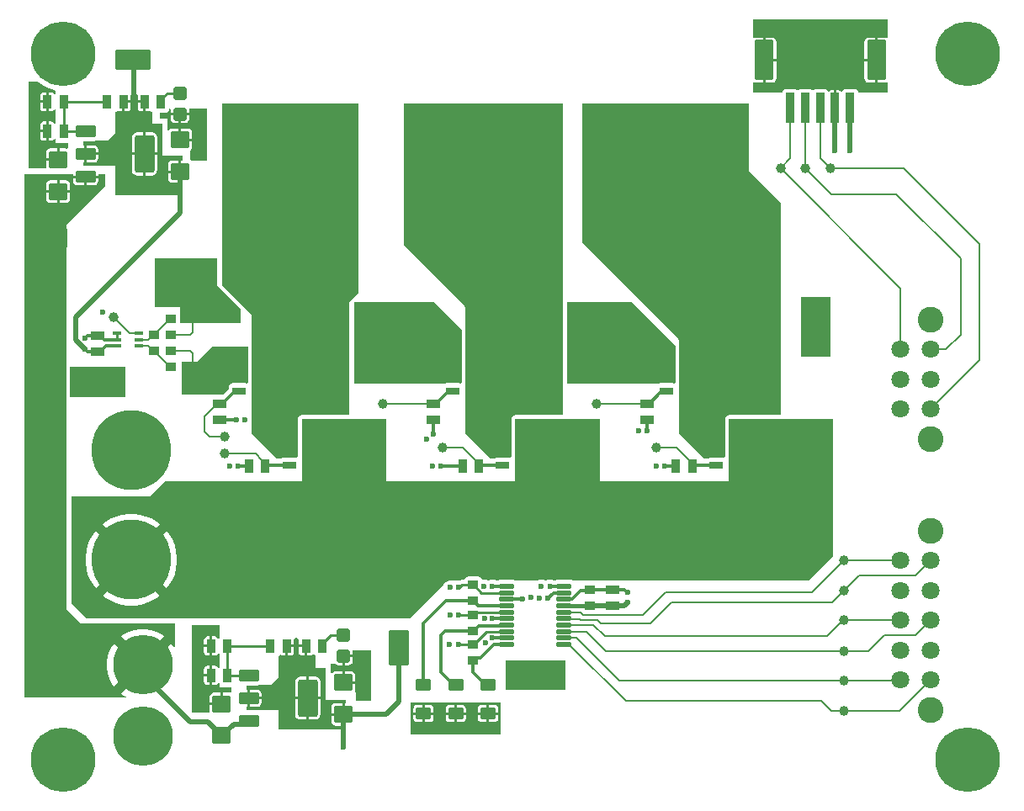
<source format=gtl>
G04*
G04 #@! TF.GenerationSoftware,Altium Limited,Altium Designer,23.3.1 (30)*
G04*
G04 Layer_Physical_Order=1*
G04 Layer_Color=255*
%FSLAX25Y25*%
%MOIN*%
G70*
G04*
G04 #@! TF.SameCoordinates,C60E4857-7E3E-4254-B878-B1AAC805503D*
G04*
G04*
G04 #@! TF.FilePolarity,Positive*
G04*
G01*
G75*
%ADD12C,0.01575*%
%ADD13C,0.01000*%
G04:AMPARAMS|DCode=18|XSize=47.24mil|YSize=59.06mil|CornerRadius=3.54mil|HoleSize=0mil|Usage=FLASHONLY|Rotation=270.000|XOffset=0mil|YOffset=0mil|HoleType=Round|Shape=RoundedRectangle|*
%AMROUNDEDRECTD18*
21,1,0.04724,0.05197,0,0,270.0*
21,1,0.04016,0.05906,0,0,270.0*
1,1,0.00709,-0.02598,-0.02008*
1,1,0.00709,-0.02598,0.02008*
1,1,0.00709,0.02598,0.02008*
1,1,0.00709,0.02598,-0.02008*
%
%ADD18ROUNDEDRECTD18*%
G04:AMPARAMS|DCode=19|XSize=43.31mil|YSize=35.43mil|CornerRadius=2.66mil|HoleSize=0mil|Usage=FLASHONLY|Rotation=180.000|XOffset=0mil|YOffset=0mil|HoleType=Round|Shape=RoundedRectangle|*
%AMROUNDEDRECTD19*
21,1,0.04331,0.03012,0,0,180.0*
21,1,0.03799,0.03543,0,0,180.0*
1,1,0.00532,-0.01900,0.01506*
1,1,0.00532,0.01900,0.01506*
1,1,0.00532,0.01900,-0.01506*
1,1,0.00532,-0.01900,-0.01506*
%
%ADD19ROUNDEDRECTD19*%
G04:AMPARAMS|DCode=20|XSize=43.31mil|YSize=35.43mil|CornerRadius=3.54mil|HoleSize=0mil|Usage=FLASHONLY|Rotation=0.000|XOffset=0mil|YOffset=0mil|HoleType=Round|Shape=RoundedRectangle|*
%AMROUNDEDRECTD20*
21,1,0.04331,0.02835,0,0,0.0*
21,1,0.03622,0.03543,0,0,0.0*
1,1,0.00709,0.01811,-0.01417*
1,1,0.00709,-0.01811,-0.01417*
1,1,0.00709,-0.01811,0.01417*
1,1,0.00709,0.01811,0.01417*
%
%ADD20ROUNDEDRECTD20*%
G04:AMPARAMS|DCode=21|XSize=70.87mil|YSize=157.48mil|CornerRadius=7.09mil|HoleSize=0mil|Usage=FLASHONLY|Rotation=270.000|XOffset=0mil|YOffset=0mil|HoleType=Round|Shape=RoundedRectangle|*
%AMROUNDEDRECTD21*
21,1,0.07087,0.14331,0,0,270.0*
21,1,0.05669,0.15748,0,0,270.0*
1,1,0.01417,-0.07165,-0.02835*
1,1,0.01417,-0.07165,0.02835*
1,1,0.01417,0.07165,0.02835*
1,1,0.01417,0.07165,-0.02835*
%
%ADD21ROUNDEDRECTD21*%
G04:AMPARAMS|DCode=22|XSize=141.73mil|YSize=78.74mil|CornerRadius=5.91mil|HoleSize=0mil|Usage=FLASHONLY|Rotation=180.000|XOffset=0mil|YOffset=0mil|HoleType=Round|Shape=RoundedRectangle|*
%AMROUNDEDRECTD22*
21,1,0.14173,0.06693,0,0,180.0*
21,1,0.12992,0.07874,0,0,180.0*
1,1,0.01181,-0.06496,0.03347*
1,1,0.01181,0.06496,0.03347*
1,1,0.01181,0.06496,-0.03347*
1,1,0.01181,-0.06496,-0.03347*
%
%ADD22ROUNDEDRECTD22*%
%ADD23C,0.03937*%
G04:AMPARAMS|DCode=24|XSize=47.24mil|YSize=78.74mil|CornerRadius=5.91mil|HoleSize=0mil|Usage=FLASHONLY|Rotation=90.000|XOffset=0mil|YOffset=0mil|HoleType=Round|Shape=RoundedRectangle|*
%AMROUNDEDRECTD24*
21,1,0.04724,0.06693,0,0,90.0*
21,1,0.03543,0.07874,0,0,90.0*
1,1,0.01181,0.03347,0.01772*
1,1,0.01181,0.03347,-0.01772*
1,1,0.01181,-0.03347,-0.01772*
1,1,0.01181,-0.03347,0.01772*
%
%ADD24ROUNDEDRECTD24*%
G04:AMPARAMS|DCode=25|XSize=149.61mil|YSize=78.74mil|CornerRadius=9.84mil|HoleSize=0mil|Usage=FLASHONLY|Rotation=90.000|XOffset=0mil|YOffset=0mil|HoleType=Round|Shape=RoundedRectangle|*
%AMROUNDEDRECTD25*
21,1,0.14961,0.05906,0,0,90.0*
21,1,0.12992,0.07874,0,0,90.0*
1,1,0.01968,0.02953,0.06496*
1,1,0.01968,0.02953,-0.06496*
1,1,0.01968,-0.02953,-0.06496*
1,1,0.01968,-0.02953,0.06496*
%
%ADD25ROUNDEDRECTD25*%
G04:AMPARAMS|DCode=26|XSize=33.47mil|YSize=13.78mil|CornerRadius=3.45mil|HoleSize=0mil|Usage=FLASHONLY|Rotation=0.000|XOffset=0mil|YOffset=0mil|HoleType=Round|Shape=RoundedRectangle|*
%AMROUNDEDRECTD26*
21,1,0.03347,0.00689,0,0,0.0*
21,1,0.02657,0.01378,0,0,0.0*
1,1,0.00689,0.01329,-0.00345*
1,1,0.00689,-0.01329,-0.00345*
1,1,0.00689,-0.01329,0.00345*
1,1,0.00689,0.01329,0.00345*
%
%ADD26ROUNDEDRECTD26*%
G04:AMPARAMS|DCode=27|XSize=27.95mil|YSize=23.23mil|CornerRadius=2.9mil|HoleSize=0mil|Usage=FLASHONLY|Rotation=90.000|XOffset=0mil|YOffset=0mil|HoleType=Round|Shape=RoundedRectangle|*
%AMROUNDEDRECTD27*
21,1,0.02795,0.01742,0,0,90.0*
21,1,0.02215,0.02323,0,0,90.0*
1,1,0.00581,0.00871,0.01107*
1,1,0.00581,0.00871,-0.01107*
1,1,0.00581,-0.00871,-0.01107*
1,1,0.00581,-0.00871,0.01107*
%
%ADD27ROUNDEDRECTD27*%
G04:AMPARAMS|DCode=28|XSize=27.95mil|YSize=54.02mil|CornerRadius=3.49mil|HoleSize=0mil|Usage=FLASHONLY|Rotation=270.000|XOffset=0mil|YOffset=0mil|HoleType=Round|Shape=RoundedRectangle|*
%AMROUNDEDRECTD28*
21,1,0.02795,0.04703,0,0,270.0*
21,1,0.02097,0.05402,0,0,270.0*
1,1,0.00699,-0.02351,-0.01048*
1,1,0.00699,-0.02351,0.01048*
1,1,0.00699,0.02351,0.01048*
1,1,0.00699,0.02351,-0.01048*
%
%ADD28ROUNDEDRECTD28*%
G04:AMPARAMS|DCode=29|XSize=141.73mil|YSize=78.74mil|CornerRadius=5.91mil|HoleSize=0mil|Usage=FLASHONLY|Rotation=90.000|XOffset=0mil|YOffset=0mil|HoleType=Round|Shape=RoundedRectangle|*
%AMROUNDEDRECTD29*
21,1,0.14173,0.06693,0,0,90.0*
21,1,0.12992,0.07874,0,0,90.0*
1,1,0.01181,0.03347,0.06496*
1,1,0.01181,0.03347,-0.06496*
1,1,0.01181,-0.03347,-0.06496*
1,1,0.01181,-0.03347,0.06496*
%
%ADD29ROUNDEDRECTD29*%
G04:AMPARAMS|DCode=30|XSize=55.12mil|YSize=35.43mil|CornerRadius=2.66mil|HoleSize=0mil|Usage=FLASHONLY|Rotation=180.000|XOffset=0mil|YOffset=0mil|HoleType=Round|Shape=RoundedRectangle|*
%AMROUNDEDRECTD30*
21,1,0.05512,0.03012,0,0,180.0*
21,1,0.04980,0.03543,0,0,180.0*
1,1,0.00532,-0.02490,0.01506*
1,1,0.00532,0.02490,0.01506*
1,1,0.00532,0.02490,-0.01506*
1,1,0.00532,-0.02490,-0.01506*
%
%ADD30ROUNDEDRECTD30*%
G04:AMPARAMS|DCode=31|XSize=55.12mil|YSize=35.43mil|CornerRadius=2.66mil|HoleSize=0mil|Usage=FLASHONLY|Rotation=270.000|XOffset=0mil|YOffset=0mil|HoleType=Round|Shape=RoundedRectangle|*
%AMROUNDEDRECTD31*
21,1,0.05512,0.03012,0,0,270.0*
21,1,0.04980,0.03543,0,0,270.0*
1,1,0.00532,-0.01506,-0.02490*
1,1,0.00532,-0.01506,0.02490*
1,1,0.00532,0.01506,0.02490*
1,1,0.00532,0.01506,-0.02490*
%
%ADD31ROUNDEDRECTD31*%
G04:AMPARAMS|DCode=32|XSize=51.18mil|YSize=51.18mil|CornerRadius=5.12mil|HoleSize=0mil|Usage=FLASHONLY|Rotation=270.000|XOffset=0mil|YOffset=0mil|HoleType=Round|Shape=RoundedRectangle|*
%AMROUNDEDRECTD32*
21,1,0.05118,0.04095,0,0,270.0*
21,1,0.04095,0.05118,0,0,270.0*
1,1,0.01024,-0.02047,-0.02047*
1,1,0.01024,-0.02047,0.02047*
1,1,0.01024,0.02047,0.02047*
1,1,0.01024,0.02047,-0.02047*
%
%ADD32ROUNDEDRECTD32*%
G04:AMPARAMS|DCode=33|XSize=74.8mil|YSize=157.48mil|CornerRadius=5.61mil|HoleSize=0mil|Usage=FLASHONLY|Rotation=0.000|XOffset=0mil|YOffset=0mil|HoleType=Round|Shape=RoundedRectangle|*
%AMROUNDEDRECTD33*
21,1,0.07480,0.14626,0,0,0.0*
21,1,0.06358,0.15748,0,0,0.0*
1,1,0.01122,0.03179,-0.07313*
1,1,0.01122,-0.03179,-0.07313*
1,1,0.01122,-0.03179,0.07313*
1,1,0.01122,0.03179,0.07313*
%
%ADD33ROUNDEDRECTD33*%
G04:AMPARAMS|DCode=34|XSize=35.43mil|YSize=118.11mil|CornerRadius=2.66mil|HoleSize=0mil|Usage=FLASHONLY|Rotation=0.000|XOffset=0mil|YOffset=0mil|HoleType=Round|Shape=RoundedRectangle|*
%AMROUNDEDRECTD34*
21,1,0.03543,0.11280,0,0,0.0*
21,1,0.03012,0.11811,0,0,0.0*
1,1,0.00532,0.01506,-0.05640*
1,1,0.00532,-0.01506,-0.05640*
1,1,0.00532,-0.01506,0.05640*
1,1,0.00532,0.01506,0.05640*
%
%ADD34ROUNDEDRECTD34*%
G04:AMPARAMS|DCode=35|XSize=74.8mil|YSize=68.9mil|CornerRadius=6.89mil|HoleSize=0mil|Usage=FLASHONLY|Rotation=0.000|XOffset=0mil|YOffset=0mil|HoleType=Round|Shape=RoundedRectangle|*
%AMROUNDEDRECTD35*
21,1,0.07480,0.05512,0,0,0.0*
21,1,0.06102,0.06890,0,0,0.0*
1,1,0.01378,0.03051,-0.02756*
1,1,0.01378,-0.03051,-0.02756*
1,1,0.01378,-0.03051,0.02756*
1,1,0.01378,0.03051,0.02756*
%
%ADD35ROUNDEDRECTD35*%
G04:AMPARAMS|DCode=36|XSize=59.06mil|YSize=17.72mil|CornerRadius=2.22mil|HoleSize=0mil|Usage=FLASHONLY|Rotation=180.000|XOffset=0mil|YOffset=0mil|HoleType=Round|Shape=RoundedRectangle|*
%AMROUNDEDRECTD36*
21,1,0.05906,0.01329,0,0,180.0*
21,1,0.05463,0.01772,0,0,180.0*
1,1,0.00443,-0.02731,0.00664*
1,1,0.00443,0.02731,0.00664*
1,1,0.00443,0.02731,-0.00664*
1,1,0.00443,-0.02731,-0.00664*
%
%ADD36ROUNDEDRECTD36*%
%ADD62C,0.01181*%
%ADD63C,0.00803*%
%ADD64C,0.01968*%
%ADD65C,0.23622*%
%ADD66C,0.25591*%
%ADD67C,0.31496*%
%ADD68C,0.10236*%
%ADD69C,0.07087*%
%ADD70C,0.10039*%
%ADD71C,0.02362*%
G36*
X344488Y303731D02*
X343988Y303464D01*
X343749Y303624D01*
X343140Y303745D01*
X340461D01*
Y294841D01*
Y285936D01*
X343140D01*
X343749Y286057D01*
X343988Y286217D01*
X344488Y285950D01*
Y281890D01*
X332735D01*
X332669Y282223D01*
X332262Y282832D01*
X331653Y283239D01*
X330935Y283382D01*
X327923D01*
X327205Y283239D01*
X326596Y282832D01*
X326431Y282585D01*
X325942Y282418D01*
X325523Y282697D01*
X325029Y282796D01*
X324024D01*
Y275865D01*
X323024D01*
Y282796D01*
X322018D01*
X321524Y282697D01*
X321105Y282418D01*
X320616Y282585D01*
X320451Y282832D01*
X319842Y283239D01*
X319124Y283382D01*
X316112D01*
X315394Y283239D01*
X315035Y282999D01*
X314665Y282873D01*
X314296Y282999D01*
X313937Y283239D01*
X313218Y283382D01*
X310207D01*
X309489Y283239D01*
X309130Y282999D01*
X308760Y282873D01*
X308390Y282999D01*
X308031Y283239D01*
X307313Y283382D01*
X304301D01*
X303583Y283239D01*
X302974Y282832D01*
X302567Y282223D01*
X302501Y281890D01*
X290945D01*
Y285950D01*
X291445Y286217D01*
X291684Y286057D01*
X292293Y285936D01*
X294972D01*
Y294841D01*
Y303745D01*
X292293D01*
X291684Y303624D01*
X291445Y303464D01*
X290945Y303731D01*
Y311024D01*
X344488D01*
Y303731D01*
D02*
G37*
G36*
X8099Y285983D02*
X9979Y284617D01*
X12049Y283562D01*
X14259Y282844D01*
X14764Y282764D01*
Y281435D01*
X14728Y281254D01*
X14218D01*
X14216Y281264D01*
X13936Y281682D01*
X13518Y281962D01*
X13024Y282060D01*
X12018D01*
Y278280D01*
Y274499D01*
X13024D01*
X13518Y274597D01*
X13936Y274877D01*
X14216Y275296D01*
X14218Y275305D01*
X14728D01*
X14764Y275124D01*
Y269821D01*
X14728Y269640D01*
X14218D01*
X14216Y269649D01*
X13936Y270068D01*
X13518Y270348D01*
X13024Y270446D01*
X12018D01*
Y266665D01*
Y262885D01*
X13024D01*
X13518Y262983D01*
X13936Y263263D01*
X14216Y263681D01*
X14218Y263691D01*
X14728D01*
X14764Y263510D01*
Y261811D01*
X19685D01*
Y260066D01*
X19185Y259716D01*
X18799Y259793D01*
X16248D01*
Y255315D01*
X15748D01*
Y254815D01*
X10975D01*
Y252559D01*
X11015Y252355D01*
X10698Y251969D01*
X3937D01*
Y286417D01*
X7664D01*
X8099Y285983D01*
D02*
G37*
G36*
X47206Y280770D02*
Y278780D01*
X50002D01*
Y278280D01*
X50502D01*
Y274499D01*
X51508D01*
X52002Y274597D01*
X52165Y274706D01*
X53015Y274383D01*
X53150Y274270D01*
Y269685D01*
X57087D01*
Y256890D01*
X64961D01*
Y255068D01*
X64476D01*
Y250590D01*
Y246113D01*
X64961D01*
Y241142D01*
X38386D01*
Y252953D01*
X25591D01*
Y254217D01*
X26077D01*
Y257610D01*
Y261004D01*
X25591D01*
Y262686D01*
X29923D01*
X30473Y262795D01*
X35433D01*
X38386Y265748D01*
Y274273D01*
X38530Y274392D01*
X39370Y274709D01*
X39538Y274597D01*
X40032Y274499D01*
X41038D01*
Y278280D01*
X41538D01*
Y278780D01*
X44334D01*
Y280770D01*
X45174Y281496D01*
X46366D01*
X47206Y280770D01*
D02*
G37*
G36*
X74803Y254921D02*
X68698D01*
X68660Y254978D01*
X67913Y255477D01*
Y258858D01*
X67913Y258858D01*
X67913D01*
X68230Y259206D01*
X68245Y259215D01*
X68619Y259774D01*
X68750Y260433D01*
Y262689D01*
X63976D01*
Y263189D01*
X63476D01*
Y267667D01*
X60925D01*
X60266Y267536D01*
X59707Y267162D01*
X59555Y266934D01*
X59055Y267086D01*
Y271654D01*
X56102D01*
Y273913D01*
X58004D01*
X58722Y274056D01*
X59331Y274463D01*
X59738Y275071D01*
X59828Y275525D01*
X59912Y275530D01*
X60388Y275075D01*
Y273925D01*
X63976D01*
X67565D01*
Y275472D01*
X67662Y275590D01*
X74803D01*
Y254921D01*
D02*
G37*
G36*
X34252Y244882D02*
X18898Y229528D01*
Y77165D01*
X24409Y71653D01*
X62008D01*
Y62296D01*
X61522Y62179D01*
X61335Y62546D01*
X60531Y63653D01*
X50604Y53726D01*
X40678Y43800D01*
X41784Y42996D01*
X42538Y42612D01*
X42421Y42126D01*
X2362D01*
Y249606D01*
X21609D01*
Y249055D01*
X26577D01*
X31545D01*
Y249606D01*
X34252D01*
Y244882D01*
D02*
G37*
G36*
X78740Y205512D02*
X79361Y204891D01*
X79573Y204573D01*
X88189Y195958D01*
Y190551D01*
X64173D01*
Y196850D01*
X59055D01*
X59055Y196850D01*
X54134Y196850D01*
Y216142D01*
X78740D01*
Y205512D01*
D02*
G37*
G36*
X321850Y177165D02*
X310039D01*
Y200787D01*
X321850D01*
Y177165D01*
D02*
G37*
G36*
X260205Y181724D02*
X260205Y167027D01*
X260144Y166942D01*
X259705Y166662D01*
X259162Y166770D01*
X254460D01*
X253709Y166621D01*
X253581Y166535D01*
X217520D01*
Y198819D01*
X243110D01*
X260205Y181724D01*
D02*
G37*
G36*
X90914Y166981D02*
X90414Y166662D01*
X89871Y166770D01*
X85168D01*
X84418Y166621D01*
X83781Y166195D01*
X83356Y165559D01*
X83206Y164808D01*
Y164702D01*
X80905Y162402D01*
X64567D01*
Y175197D01*
X70866D01*
X76772Y181102D01*
X90914D01*
Y166981D01*
D02*
G37*
G36*
X175560Y188023D02*
Y167027D01*
X175499Y166942D01*
X175060Y166662D01*
X174517Y166770D01*
X169814D01*
X169063Y166621D01*
X168936Y166535D01*
X132874D01*
Y198517D01*
X133176Y198819D01*
X164764D01*
X175560Y188023D01*
D02*
G37*
G36*
X42520Y161417D02*
X20503D01*
Y173228D01*
X42520D01*
Y161417D01*
D02*
G37*
G36*
X215551Y154165D02*
X196850D01*
X196236Y154042D01*
X195715Y153694D01*
X195367Y153173D01*
X195245Y152559D01*
Y137453D01*
X194745Y137134D01*
X194202Y137242D01*
X189499D01*
X188748Y137093D01*
X188326Y136811D01*
X187008D01*
X177165Y146653D01*
Y196850D01*
X152559Y221457D01*
Y277559D01*
X215551D01*
Y154165D01*
D02*
G37*
G36*
X289370Y250984D02*
X302165Y238189D01*
X302165Y154165D01*
X281496D01*
X280882Y154042D01*
X280361Y153694D01*
X280013Y153173D01*
X279890Y152559D01*
Y137453D01*
X279390Y137134D01*
X278848Y137242D01*
X274145D01*
X273394Y137093D01*
X272972Y136811D01*
X271654D01*
X261811Y146653D01*
X261811Y184055D01*
X223425Y222441D01*
Y277559D01*
X289370D01*
Y250984D01*
D02*
G37*
G36*
X134843Y202756D02*
X130905Y198819D01*
X130905Y154165D01*
X112205D01*
X111590Y154042D01*
X111069Y153694D01*
X110721Y153173D01*
X110599Y152559D01*
Y137453D01*
X110099Y137134D01*
X109556Y137242D01*
X104853D01*
X104103Y137093D01*
X103681Y136811D01*
X102362D01*
X92520Y146653D01*
Y193898D01*
X80709Y205709D01*
Y277559D01*
X134843D01*
Y202756D01*
D02*
G37*
G36*
X322835Y98425D02*
X312992Y88583D01*
X219712D01*
X219574Y88675D01*
X218873Y88815D01*
X213410D01*
X212710Y88675D01*
X212571Y88583D01*
X212185D01*
X211743Y88838D01*
X211042Y89026D01*
X210316D01*
X209615Y88838D01*
X209173Y88583D01*
X208641D01*
X208200Y88838D01*
X207499Y89026D01*
X206773D01*
X206072Y88838D01*
X205630Y88583D01*
X196878D01*
X196739Y88675D01*
X196038Y88815D01*
X190576D01*
X189875Y88675D01*
X189736Y88583D01*
X189350D01*
X188908Y88838D01*
X188207Y89026D01*
X187482D01*
X186781Y88838D01*
X186339Y88583D01*
X186004D01*
X185562Y88838D01*
X184861Y89026D01*
X184135D01*
X183813Y88939D01*
X183746Y88981D01*
X183320Y89619D01*
X182682Y90045D01*
X181929Y90195D01*
X178307D01*
X177554Y90045D01*
X176916Y89619D01*
X176490Y88981D01*
X176479Y88927D01*
X175602D01*
X174793Y88765D01*
X174519Y88583D01*
X170276D01*
X170120Y88427D01*
X169999Y88395D01*
X169371Y88032D01*
X168858Y87519D01*
X168495Y86891D01*
X168463Y86770D01*
X155315Y73622D01*
X26772Y73622D01*
X20866Y79528D01*
X20866Y122047D01*
X52165Y122047D01*
X58071Y127953D01*
X112205D01*
Y152559D01*
X145669D01*
Y127953D01*
X196850D01*
Y152559D01*
X230315D01*
Y127953D01*
X281496D01*
Y152559D01*
X322835D01*
Y98425D01*
D02*
G37*
G36*
X79535Y65842D02*
X79499Y65662D01*
X78989D01*
X78987Y65671D01*
X78708Y66090D01*
X78289Y66369D01*
X77795Y66468D01*
X76789D01*
Y62687D01*
Y58906D01*
X77795D01*
X78289Y59004D01*
X78708Y59284D01*
X78987Y59703D01*
X78989Y59712D01*
X79499D01*
X79535Y59531D01*
Y54228D01*
X79499Y54047D01*
X78989D01*
X78987Y54057D01*
X78708Y54475D01*
X78289Y54755D01*
X77795Y54853D01*
X76789D01*
Y51073D01*
Y47292D01*
X77795D01*
X78289Y47390D01*
X78708Y47670D01*
X78987Y48089D01*
X78989Y48098D01*
X79499D01*
X79535Y47917D01*
Y46218D01*
X84456D01*
Y44475D01*
X83956Y44124D01*
X83573Y44200D01*
X81021D01*
Y39722D01*
X80522D01*
Y39222D01*
X75748D01*
Y36966D01*
X75789Y36762D01*
X75472Y36376D01*
X68708D01*
Y70825D01*
X79535D01*
Y65842D01*
D02*
G37*
G36*
X111091Y65177D02*
Y63187D01*
X113888D01*
Y62687D01*
X114388D01*
Y58906D01*
X115394D01*
X115887Y59004D01*
X116219Y59226D01*
X116387Y59272D01*
X117382Y59123D01*
X117551Y58870D01*
X117821Y58690D01*
Y54092D01*
X121758D01*
Y41297D01*
X129632D01*
Y40000D01*
X129250D01*
Y35522D01*
Y31044D01*
X129632D01*
Y29486D01*
X103057D01*
Y37360D01*
X90262D01*
Y38624D01*
X90748D01*
Y42018D01*
Y45411D01*
X90262D01*
Y47093D01*
X94594D01*
X95144Y47203D01*
X100104D01*
X103057Y50155D01*
Y58681D01*
X103201Y58799D01*
X104041Y59117D01*
X104209Y59004D01*
X104703Y58906D01*
X105709D01*
Y62687D01*
X106209D01*
Y63187D01*
X109005D01*
Y65177D01*
X109845Y65903D01*
X110251D01*
X111091Y65177D01*
D02*
G37*
G36*
X139577Y40945D02*
X133671D01*
Y44053D01*
X133558D01*
X133290Y44553D01*
X133392Y44705D01*
X133523Y45364D01*
Y47620D01*
X128750D01*
Y48120D01*
X128250D01*
Y52598D01*
X125699D01*
X125040Y52467D01*
X124481Y52094D01*
X124329Y51866D01*
X123829Y52017D01*
Y55512D01*
X125593D01*
X125613Y55483D01*
X126113Y55149D01*
X126703Y55031D01*
X128250D01*
Y58620D01*
X128750D01*
Y59120D01*
X132339D01*
Y60667D01*
X132436Y60785D01*
X139577D01*
Y40945D01*
D02*
G37*
G36*
X216535Y45276D02*
X192913D01*
Y57087D01*
X216535D01*
Y45276D01*
D02*
G37*
G36*
X190945Y27559D02*
X155512D01*
Y40354D01*
X190945D01*
Y27559D01*
D02*
G37*
%LPC*%
G36*
X339461Y303745D02*
X336782D01*
X336172Y303624D01*
X335656Y303279D01*
X335311Y302763D01*
X335190Y302154D01*
Y295341D01*
X339461D01*
Y303745D01*
D02*
G37*
G36*
X298652D02*
X295972D01*
Y295341D01*
X300243D01*
Y302154D01*
X300122Y302763D01*
X299777Y303279D01*
X299261Y303624D01*
X298652Y303745D01*
D02*
G37*
G36*
X339461Y294341D02*
X335190D01*
Y287528D01*
X335311Y286919D01*
X335656Y286402D01*
X336172Y286057D01*
X336782Y285936D01*
X339461D01*
Y294341D01*
D02*
G37*
G36*
X300243D02*
X295972D01*
Y285936D01*
X298652D01*
X299261Y286057D01*
X299777Y286402D01*
X300122Y286919D01*
X300243Y287528D01*
Y294341D01*
D02*
G37*
G36*
X11018Y282060D02*
X10012D01*
X9518Y281962D01*
X9099Y281682D01*
X8820Y281264D01*
X8721Y280770D01*
Y278780D01*
X11018D01*
Y282060D01*
D02*
G37*
G36*
Y277780D02*
X8721D01*
Y275789D01*
X8820Y275296D01*
X9099Y274877D01*
X9518Y274597D01*
X10012Y274499D01*
X11018D01*
Y277780D01*
D02*
G37*
G36*
X11018Y270446D02*
X10012D01*
X9518Y270348D01*
X9099Y270068D01*
X8820Y269649D01*
X8721Y269156D01*
Y267165D01*
X11018D01*
Y270446D01*
D02*
G37*
G36*
Y266165D02*
X8721D01*
Y264175D01*
X8820Y263681D01*
X9099Y263263D01*
X9518Y262983D01*
X10012Y262885D01*
X11018D01*
Y266165D01*
D02*
G37*
G36*
X15248Y259793D02*
X12697D01*
X12038Y259662D01*
X11479Y259289D01*
X11106Y258730D01*
X10975Y258071D01*
Y255815D01*
X15248D01*
Y259793D01*
D02*
G37*
G36*
X49502Y277780D02*
X47206D01*
Y275789D01*
X47304Y275296D01*
X47584Y274877D01*
X48002Y274597D01*
X48496Y274499D01*
X49502D01*
Y277780D01*
D02*
G37*
G36*
X44334Y277780D02*
X42038D01*
Y274499D01*
X43044D01*
X43537Y274597D01*
X43956Y274877D01*
X44236Y275296D01*
X44334Y275789D01*
Y277780D01*
D02*
G37*
G36*
X52955Y266129D02*
X50502D01*
Y258110D01*
X54978D01*
Y264106D01*
X54824Y264881D01*
X54386Y265537D01*
X53729Y265975D01*
X52955Y266129D01*
D02*
G37*
G36*
X49502D02*
X47049D01*
X46275Y265975D01*
X45619Y265537D01*
X45180Y264881D01*
X45026Y264106D01*
Y258110D01*
X49502D01*
Y266129D01*
D02*
G37*
G36*
X29923Y261004D02*
X27077D01*
Y258110D01*
X31545D01*
Y259382D01*
X31422Y260003D01*
X31070Y260529D01*
X30544Y260880D01*
X29923Y261004D01*
D02*
G37*
G36*
X31545Y257110D02*
X27077D01*
Y254217D01*
X29923D01*
X30544Y254340D01*
X31070Y254692D01*
X31422Y255218D01*
X31545Y255839D01*
Y257110D01*
D02*
G37*
G36*
X63476Y255068D02*
X60925D01*
X60266Y254937D01*
X59707Y254564D01*
X59334Y254005D01*
X59203Y253346D01*
Y251091D01*
X63476D01*
Y255068D01*
D02*
G37*
G36*
X54978Y257110D02*
X50502D01*
Y249091D01*
X52955D01*
X53729Y249245D01*
X54386Y249684D01*
X54824Y250340D01*
X54978Y251114D01*
Y257110D01*
D02*
G37*
G36*
X49502D02*
X45026D01*
Y251114D01*
X45180Y250340D01*
X45619Y249684D01*
X46275Y249245D01*
X47049Y249091D01*
X49502D01*
Y257110D01*
D02*
G37*
G36*
X63476Y250091D02*
X59203D01*
Y247835D01*
X59334Y247176D01*
X59707Y246617D01*
X60266Y246244D01*
X60925Y246113D01*
X63476D01*
Y250091D01*
D02*
G37*
G36*
X67565Y272925D02*
X64476D01*
Y269836D01*
X66024D01*
X66614Y269954D01*
X67114Y270288D01*
X67448Y270788D01*
X67565Y271378D01*
Y272925D01*
D02*
G37*
G36*
X63476D02*
X60388D01*
Y271378D01*
X60505Y270788D01*
X60839Y270288D01*
X61339Y269954D01*
X61929Y269836D01*
X63476D01*
Y272925D01*
D02*
G37*
G36*
X67028Y267667D02*
X64476D01*
Y263689D01*
X68750D01*
Y265945D01*
X68619Y266604D01*
X68245Y267162D01*
X67687Y267536D01*
X67028Y267667D01*
D02*
G37*
G36*
X31545Y248055D02*
X27077D01*
Y245162D01*
X29923D01*
X30544Y245285D01*
X31070Y245637D01*
X31422Y246163D01*
X31545Y246783D01*
Y248055D01*
D02*
G37*
G36*
X26077D02*
X21609D01*
Y246783D01*
X21732Y246163D01*
X22084Y245637D01*
X22610Y245285D01*
X23231Y245162D01*
X26077D01*
Y248055D01*
D02*
G37*
G36*
X18799Y247195D02*
X16248D01*
Y243216D01*
X20521D01*
Y245472D01*
X20390Y246131D01*
X20017Y246690D01*
X19458Y247063D01*
X18799Y247195D01*
D02*
G37*
G36*
X15248D02*
X12697D01*
X12038Y247063D01*
X11479Y246690D01*
X11106Y246131D01*
X10975Y245472D01*
Y243216D01*
X15248D01*
Y247195D01*
D02*
G37*
G36*
X20521Y242216D02*
X16248D01*
Y238239D01*
X18799D01*
X19458Y238370D01*
X20017Y238743D01*
X20390Y239302D01*
X20521Y239961D01*
Y242216D01*
D02*
G37*
G36*
X15248D02*
X10975D01*
Y239961D01*
X11106Y239302D01*
X11479Y238743D01*
X12038Y238370D01*
X12697Y238239D01*
X15248D01*
Y242216D01*
D02*
G37*
G36*
X50328Y69291D02*
X48097D01*
X45894Y68942D01*
X43772Y68253D01*
X41784Y67240D01*
X40678Y66436D01*
X49213Y57902D01*
X57747Y66436D01*
X56641Y67240D01*
X54653Y68253D01*
X52531Y68942D01*
X50328Y69291D01*
D02*
G37*
G36*
X37894Y63653D02*
X37091Y62546D01*
X36078Y60559D01*
X35388Y58437D01*
X35039Y56234D01*
Y54003D01*
X35388Y51799D01*
X36078Y49678D01*
X37091Y47690D01*
X37894Y46584D01*
X46429Y55118D01*
X37894Y63653D01*
D02*
G37*
G36*
X45872Y114961D02*
X43498D01*
X41144Y114651D01*
X38851Y114036D01*
X36658Y113128D01*
X34602Y111941D01*
X33344Y110976D01*
X44685Y99634D01*
X56026Y110976D01*
X54768Y111941D01*
X52712Y113128D01*
X50519Y114036D01*
X48226Y114651D01*
X45872Y114961D01*
D02*
G37*
G36*
X30560Y108192D02*
X29595Y106933D01*
X28408Y104877D01*
X27499Y102684D01*
X26885Y100391D01*
X26575Y98037D01*
Y95663D01*
X26885Y93310D01*
X27499Y91017D01*
X28408Y88823D01*
X29595Y86767D01*
X30560Y85509D01*
X41901Y96850D01*
X30560Y108192D01*
D02*
G37*
G36*
X58810Y108192D02*
X47469Y96850D01*
X58810Y85509D01*
X59776Y86767D01*
X60962Y88823D01*
X61871Y91017D01*
X62485Y93310D01*
X62795Y95663D01*
Y98037D01*
X62485Y100391D01*
X61871Y102684D01*
X60962Y104877D01*
X59776Y106933D01*
X58810Y108192D01*
D02*
G37*
G36*
X44685Y94067D02*
X33344Y82725D01*
X34602Y81760D01*
X36658Y80573D01*
X38851Y79664D01*
X41144Y79050D01*
X43498Y78740D01*
X45872D01*
X48226Y79050D01*
X50519Y79664D01*
X52712Y80573D01*
X54768Y81760D01*
X56026Y82725D01*
X44685Y94067D01*
D02*
G37*
G36*
X75789Y66468D02*
X74783D01*
X74290Y66369D01*
X73871Y66090D01*
X73591Y65671D01*
X73493Y65177D01*
Y63187D01*
X75789D01*
Y66468D01*
D02*
G37*
G36*
Y62187D02*
X73493D01*
Y60197D01*
X73591Y59703D01*
X73871Y59284D01*
X74290Y59004D01*
X74783Y58906D01*
X75789D01*
Y62187D01*
D02*
G37*
G36*
X75789Y54853D02*
X74783D01*
X74290Y54755D01*
X73871Y54475D01*
X73591Y54057D01*
X73493Y53563D01*
Y51573D01*
X75789D01*
Y54853D01*
D02*
G37*
G36*
Y50573D02*
X73493D01*
Y48583D01*
X73591Y48089D01*
X73871Y47670D01*
X74290Y47390D01*
X74783Y47292D01*
X75789D01*
Y50573D01*
D02*
G37*
G36*
X80022Y44200D02*
X77470D01*
X76811Y44069D01*
X76253Y43696D01*
X75879Y43137D01*
X75748Y42478D01*
Y40222D01*
X80022D01*
Y44200D01*
D02*
G37*
G36*
X113388Y62187D02*
X111091D01*
Y60197D01*
X111189Y59703D01*
X111469Y59284D01*
X111888Y59004D01*
X112382Y58906D01*
X113388D01*
Y62187D01*
D02*
G37*
G36*
X109005D02*
X106709D01*
Y58906D01*
X107714D01*
X108208Y59004D01*
X108627Y59284D01*
X108907Y59703D01*
X109005Y60197D01*
Y62187D01*
D02*
G37*
G36*
X117626Y50537D02*
X115173D01*
Y42518D01*
X119649D01*
Y48514D01*
X119495Y49288D01*
X119056Y49944D01*
X118400Y50383D01*
X117626Y50537D01*
D02*
G37*
G36*
X94594Y45411D02*
X91748D01*
Y42518D01*
X96216D01*
Y43789D01*
X96093Y44410D01*
X95741Y44936D01*
X95215Y45288D01*
X94594Y45411D01*
D02*
G37*
G36*
X114173Y50537D02*
X111720D01*
X110946Y50383D01*
X110290Y49944D01*
X109851Y49288D01*
X109697Y48514D01*
Y42518D01*
X114173D01*
Y50537D01*
D02*
G37*
G36*
X96216Y41518D02*
X91748D01*
Y38624D01*
X94594D01*
X95215Y38748D01*
X95741Y39099D01*
X96093Y39625D01*
X96216Y40246D01*
Y41518D01*
D02*
G37*
G36*
X128250Y40000D02*
X125699D01*
X125040Y39869D01*
X124481Y39495D01*
X124108Y38936D01*
X123977Y38278D01*
Y36022D01*
X128250D01*
Y40000D01*
D02*
G37*
G36*
X119649Y41518D02*
X115173D01*
Y33498D01*
X117626D01*
X118400Y33652D01*
X119056Y34091D01*
X119495Y34747D01*
X119649Y35522D01*
Y41518D01*
D02*
G37*
G36*
X114173D02*
X109697D01*
Y35522D01*
X109851Y34747D01*
X110290Y34091D01*
X110946Y33652D01*
X111720Y33498D01*
X114173D01*
Y41518D01*
D02*
G37*
G36*
X128250Y35022D02*
X123977D01*
Y32766D01*
X124108Y32107D01*
X124481Y31548D01*
X125040Y31175D01*
X125699Y31044D01*
X128250D01*
Y35022D01*
D02*
G37*
G36*
X132339Y58120D02*
X129250D01*
Y55031D01*
X130797D01*
X131387Y55149D01*
X131887Y55483D01*
X132221Y55983D01*
X132339Y56573D01*
Y58120D01*
D02*
G37*
G36*
X131801Y52598D02*
X129250D01*
Y48620D01*
X133523D01*
Y50876D01*
X133392Y51535D01*
X133019Y52094D01*
X132460Y52467D01*
X131801Y52598D01*
D02*
G37*
G36*
X163031Y39215D02*
X160933D01*
Y36327D01*
X164412D01*
Y37835D01*
X164307Y38363D01*
X164008Y38811D01*
X163560Y39110D01*
X163031Y39215D01*
D02*
G37*
G36*
X159933D02*
X157835D01*
X157306Y39110D01*
X156858Y38811D01*
X156559Y38363D01*
X156454Y37835D01*
Y36327D01*
X159933D01*
Y39215D01*
D02*
G37*
G36*
X188622D02*
X186524D01*
Y36327D01*
X190003D01*
Y37835D01*
X189898Y38363D01*
X189599Y38811D01*
X189151Y39110D01*
X188622Y39215D01*
D02*
G37*
G36*
X175827D02*
X173728D01*
Y36327D01*
X177208D01*
Y37835D01*
X177102Y38363D01*
X176803Y38811D01*
X176355Y39110D01*
X175827Y39215D01*
D02*
G37*
G36*
X185524D02*
X183425D01*
X182897Y39110D01*
X182449Y38811D01*
X182150Y38363D01*
X182044Y37835D01*
Y36327D01*
X185524D01*
Y39215D01*
D02*
G37*
G36*
X172728D02*
X170630D01*
X170101Y39110D01*
X169653Y38811D01*
X169354Y38363D01*
X169249Y37835D01*
Y36327D01*
X172728D01*
Y39215D01*
D02*
G37*
G36*
X190003Y35327D02*
X186524D01*
Y32438D01*
X188622D01*
X189151Y32543D01*
X189599Y32842D01*
X189898Y33290D01*
X190003Y33819D01*
Y35327D01*
D02*
G37*
G36*
X185524D02*
X182044D01*
Y33819D01*
X182150Y33290D01*
X182449Y32842D01*
X182897Y32543D01*
X183425Y32438D01*
X185524D01*
Y35327D01*
D02*
G37*
G36*
X177208D02*
X173728D01*
Y32438D01*
X175827D01*
X176355Y32543D01*
X176803Y32842D01*
X177102Y33290D01*
X177208Y33819D01*
Y35327D01*
D02*
G37*
G36*
X172728D02*
X169249D01*
Y33819D01*
X169354Y33290D01*
X169653Y32842D01*
X170101Y32543D01*
X170630Y32438D01*
X172728D01*
Y35327D01*
D02*
G37*
G36*
X164412Y35327D02*
X160933D01*
Y32438D01*
X163031D01*
X163560Y32543D01*
X164008Y32842D01*
X164307Y33290D01*
X164412Y33819D01*
Y35327D01*
D02*
G37*
G36*
X159933D02*
X156454D01*
Y33819D01*
X156559Y33290D01*
X156858Y32842D01*
X157306Y32543D01*
X157835Y32438D01*
X159933D01*
Y35327D01*
D02*
G37*
%LPD*%
D12*
X226378Y78543D02*
X226427Y78494D01*
X216191Y78592D02*
X226329D01*
X216142Y78642D02*
X216191Y78592D01*
X226329D02*
X226378Y78543D01*
D13*
X38976Y184055D02*
Y186614D01*
X120384Y63671D02*
X123600Y66888D01*
X120384Y62687D02*
Y63671D01*
X123600Y66888D02*
X128750D01*
X82685Y62687D02*
X99713D01*
X82685Y51073D02*
Y62687D01*
Y51073D02*
X91248D01*
X58927Y281693D02*
X63976D01*
X56498Y278280D02*
Y279264D01*
X58927Y281693D01*
X18014Y266665D02*
X26577D01*
X18014D02*
Y278280D01*
X35041D01*
X180118Y86811D02*
X180315D01*
X175602D02*
X180118D01*
X174409Y75000D02*
X180118D01*
X181197Y76079D01*
X174618Y85827D02*
X175602Y86811D01*
X174409Y85827D02*
X174618D01*
X174409Y63189D02*
X180118D01*
X193258Y81152D02*
X193307Y81201D01*
X187795Y65748D02*
X187845Y65797D01*
X193258D02*
X193307Y65846D01*
X180315Y86811D02*
X183366Y83760D01*
X193307D01*
X181197Y76079D02*
X193303D01*
X193307Y76083D01*
X180118Y63189D02*
X180315D01*
X185531Y68405D02*
X193307D01*
X180315Y63189D02*
X185531Y68405D01*
D18*
X160433Y47244D02*
D03*
Y35827D02*
D03*
X173228Y47244D02*
D03*
Y35827D02*
D03*
X186024Y47244D02*
D03*
Y35827D02*
D03*
D19*
X60236Y192244D02*
D03*
Y185945D02*
D03*
Y173228D02*
D03*
Y179527D02*
D03*
D20*
X53543Y179587D02*
D03*
Y185886D02*
D03*
X226378Y78543D02*
D03*
Y84842D02*
D03*
X180118Y80512D02*
D03*
Y86811D02*
D03*
Y68701D02*
D03*
Y75000D02*
D03*
Y56890D02*
D03*
Y63189D02*
D03*
D21*
X72579Y194291D02*
D03*
Y171181D02*
D03*
D22*
X230315Y172244D02*
D03*
X145669D02*
D03*
X45276Y294882D02*
D03*
X204724Y51181D02*
D03*
X12205Y224410D02*
D03*
X31496Y167323D02*
D03*
D23*
X37795Y192913D02*
D03*
X168110Y141425D02*
D03*
X144488Y158760D02*
D03*
X229134D02*
D03*
X81693Y138779D02*
D03*
Y145669D02*
D03*
X321555Y251969D02*
D03*
X311713D02*
D03*
X301870D02*
D03*
X326969Y60630D02*
D03*
Y72835D02*
D03*
Y48819D02*
D03*
Y37008D02*
D03*
Y84646D02*
D03*
Y96457D02*
D03*
X252756Y141425D02*
D03*
D24*
X91248Y51073D02*
D03*
Y42018D02*
D03*
Y32963D02*
D03*
X26577Y266665D02*
D03*
Y257610D02*
D03*
Y248555D02*
D03*
D25*
X114673Y42018D02*
D03*
X50002Y257610D02*
D03*
D26*
X47638Y186614D02*
D03*
Y184055D02*
D03*
Y181496D02*
D03*
X38976D02*
D03*
Y184055D02*
D03*
Y186614D02*
D03*
D27*
X280161Y178760D02*
D03*
Y173760D02*
D03*
Y168760D02*
D03*
Y163760D02*
D03*
X299847Y149232D02*
D03*
Y144232D02*
D03*
Y139232D02*
D03*
Y134232D02*
D03*
X195516Y178760D02*
D03*
Y173760D02*
D03*
Y168760D02*
D03*
Y163760D02*
D03*
X215201Y149232D02*
D03*
Y144232D02*
D03*
Y139232D02*
D03*
Y134232D02*
D03*
X110870Y178760D02*
D03*
Y173760D02*
D03*
Y168760D02*
D03*
Y163760D02*
D03*
X130555Y149232D02*
D03*
Y144232D02*
D03*
Y139232D02*
D03*
Y134232D02*
D03*
D28*
X256811Y178760D02*
D03*
Y173760D02*
D03*
Y163760D02*
D03*
Y168760D02*
D03*
X276496Y149232D02*
D03*
Y144232D02*
D03*
Y134232D02*
D03*
Y139232D02*
D03*
X172165Y178760D02*
D03*
Y173760D02*
D03*
Y163760D02*
D03*
Y168760D02*
D03*
X191850Y149232D02*
D03*
Y144232D02*
D03*
Y134232D02*
D03*
Y139232D02*
D03*
X87520Y178760D02*
D03*
Y173760D02*
D03*
Y163760D02*
D03*
Y168760D02*
D03*
X107205Y149232D02*
D03*
Y144232D02*
D03*
Y134232D02*
D03*
Y139232D02*
D03*
D29*
X315945Y188976D02*
D03*
X150591Y61848D02*
D03*
X315945Y141732D02*
D03*
D30*
X249016Y158760D02*
D03*
Y152264D02*
D03*
X164370Y158760D02*
D03*
Y152264D02*
D03*
X79724Y158760D02*
D03*
Y152264D02*
D03*
X31496Y179232D02*
D03*
Y185728D02*
D03*
X235236Y84941D02*
D03*
Y78445D02*
D03*
D31*
X113888Y62687D02*
D03*
X120384D02*
D03*
X50002Y278280D02*
D03*
X56498D02*
D03*
X82785Y51073D02*
D03*
X76289D02*
D03*
X18014Y266665D02*
D03*
X11518D02*
D03*
X106209Y62687D02*
D03*
X99713D02*
D03*
X41538Y278280D02*
D03*
X35041D02*
D03*
X267028Y133858D02*
D03*
X260531D02*
D03*
X182382D02*
D03*
X175886D02*
D03*
X97736D02*
D03*
X91240D02*
D03*
X76289Y62687D02*
D03*
X82785D02*
D03*
X11518Y278280D02*
D03*
X18014D02*
D03*
D32*
X128750Y66888D02*
D03*
Y58620D02*
D03*
X63976Y281693D02*
D03*
Y273425D02*
D03*
D33*
X339961Y294841D02*
D03*
X295472D02*
D03*
D34*
X317618Y275865D02*
D03*
X329429D02*
D03*
X311713D02*
D03*
X305807D02*
D03*
X323524D02*
D03*
D35*
X128750Y35522D02*
D03*
Y48120D02*
D03*
X63976Y250590D02*
D03*
Y263189D02*
D03*
X80522Y27124D02*
D03*
Y39722D02*
D03*
X15748Y242717D02*
D03*
Y255315D02*
D03*
D36*
X216142Y76083D02*
D03*
Y78642D02*
D03*
Y70964D02*
D03*
Y73524D02*
D03*
Y86319D02*
D03*
Y81201D02*
D03*
Y83760D02*
D03*
Y65846D02*
D03*
Y68405D02*
D03*
Y63287D02*
D03*
X193307Y76083D02*
D03*
Y73524D02*
D03*
Y83760D02*
D03*
Y86319D02*
D03*
Y78642D02*
D03*
Y81201D02*
D03*
Y65846D02*
D03*
Y63287D02*
D03*
Y70964D02*
D03*
Y68405D02*
D03*
D62*
X169095Y68701D02*
X180512D01*
X193051Y70709D02*
X193307Y70964D01*
X182520Y70709D02*
X193051D01*
X180512Y68701D02*
X182520Y70709D01*
X167323Y52362D02*
Y66929D01*
Y52362D02*
X172638Y47047D01*
X173228D01*
X180118Y52362D02*
Y56890D01*
Y52362D02*
X185433Y47047D01*
X186024D01*
X160433Y47244D02*
Y71457D01*
X169488Y80512D02*
X180118D01*
X160433Y71457D02*
X169488Y80512D01*
X167323Y66929D02*
X169095Y68701D01*
X26378Y184646D02*
X27461Y185728D01*
X32480D01*
X255906Y133858D02*
X260531D01*
X164370Y146457D02*
Y152264D01*
X209842Y81496D02*
X212106Y83760D01*
X216142D01*
X235236Y84941D02*
X240052D01*
X241135Y83858D02*
X241339D01*
X240052Y84941D02*
X241135Y83858D01*
X32480Y185728D02*
X34154Y184055D01*
X38976D01*
X26378Y180315D02*
X27461Y179232D01*
X31496D01*
X216240Y81299D02*
X219488D01*
X222773Y84584D02*
X226119D01*
X226427Y84892D01*
X216142Y81201D02*
X216240Y81299D01*
X219488D02*
X222773Y84584D01*
X79724Y158760D02*
X80709D01*
X84902Y162953D01*
X86713D01*
X87520Y163760D01*
X32480Y179232D02*
X34744Y181496D01*
X38976D01*
X31496Y179232D02*
X32480D01*
X182756Y134232D02*
X191850D01*
X182382Y133858D02*
X182756Y134232D01*
X167323Y133858D02*
X175886D01*
X169547Y162953D02*
X171358D01*
X172165Y163760D01*
X164370Y158760D02*
X165354D01*
X169547Y162953D01*
X250000Y158760D02*
X254193Y162953D01*
X256004D01*
X249016Y158760D02*
X250000D01*
X256004Y162953D02*
X256811Y163760D01*
X267028Y133858D02*
X267402Y134232D01*
X276496D01*
X249016Y148031D02*
Y152264D01*
X193307Y81201D02*
X199606D01*
X98110Y134232D02*
X107205D01*
X97736Y133858D02*
X98110Y134232D01*
X87008Y133858D02*
X91240D01*
X79724Y152264D02*
X86221D01*
X226427Y84892D02*
X235187D01*
X235236Y84941D01*
X187894Y73524D02*
X193307D01*
X210728Y86319D02*
X216142D01*
X187894D02*
X193307D01*
X182185Y78642D02*
X193307D01*
X180118Y80512D02*
X180315D01*
X182185Y78642D01*
X180118Y56890D02*
X181146Y57918D01*
X183115D02*
X188484Y63287D01*
X193307D01*
X181146Y57918D02*
X183115D01*
X187845Y65797D02*
X193258D01*
D63*
X44094Y186614D02*
X47638D01*
X37795Y192913D02*
X44094Y186614D01*
X67913Y179527D02*
X68898Y178543D01*
Y174398D02*
Y178543D01*
X72114Y171181D02*
X72579D01*
X68898Y174398D02*
X72114Y171181D01*
X60236Y179527D02*
X67913D01*
X60236Y185945D02*
X67913D01*
X68898Y191075D02*
X72114Y194291D01*
X72579D01*
X68898Y186929D02*
Y191075D01*
X67913Y185945D02*
X68898Y186929D01*
X55353Y177915D02*
Y177921D01*
X60039Y173228D02*
X60236D01*
X53687Y179587D02*
X55353Y177921D01*
Y177915D02*
X60039Y173228D01*
X53543Y185886D02*
X53687D01*
X55353Y187551D02*
Y187557D01*
X60039Y192244D02*
X60236D01*
X53687Y185886D02*
X55353Y187551D01*
Y187557D02*
X60039Y192244D01*
X51463Y184055D02*
X53293Y185886D01*
X47638Y184055D02*
X51463D01*
X53293Y185886D02*
X53543D01*
X53293Y179587D02*
X53687D01*
X47638Y181496D02*
X51384D01*
X53293Y179587D01*
X81693Y138779D02*
X93898D01*
X73622Y147638D02*
Y153642D01*
X78740Y158760D01*
X79724D01*
X75590Y145669D02*
X81693D01*
X73622Y147638D02*
X75590Y145669D01*
X144488Y158760D02*
X164370D01*
X229134D02*
X249016D01*
X96260Y135335D02*
X97736Y133858D01*
X93898Y138779D02*
X96260Y136417D01*
Y135335D02*
Y136417D01*
X180905Y135335D02*
Y136417D01*
X175897Y141425D02*
X180905Y136417D01*
Y135335D02*
X182382Y133858D01*
X168110Y141425D02*
X175897D01*
X265551Y135335D02*
Y136417D01*
X260543Y141425D02*
X265551Y136417D01*
Y135335D02*
X267028Y133858D01*
X252756Y141425D02*
X260543D01*
X301870Y251969D02*
X349410Y204429D01*
Y180118D02*
Y204429D01*
X321555Y251969D02*
X350787D01*
X380709Y175984D02*
Y222047D01*
X350787Y251969D02*
X380709Y222047D01*
X347638Y241732D02*
X373228Y216142D01*
X311713Y251969D02*
X321949Y241732D01*
X347638D01*
X311713Y251969D02*
Y275865D01*
X373228Y185827D02*
Y216142D01*
X367520Y180118D02*
X373228Y185827D01*
X361221Y180118D02*
X367520D01*
X361221Y156496D02*
X380709Y175984D01*
X317618Y255906D02*
X321555Y251969D01*
X317618Y255906D02*
Y275865D01*
X301870Y251969D02*
X305807Y255906D01*
Y275865D01*
X256299Y83858D02*
X314370D01*
X326969Y96457D01*
X326969Y96457D02*
X349410D01*
X258661Y79921D02*
X322244D01*
X332874Y90551D02*
X355315D01*
X322244Y79921D02*
X332874Y90551D01*
X221161Y65846D02*
X238189Y48819D01*
X326969D01*
X327165Y49016D01*
X349213D02*
X349410Y49213D01*
X327165Y49016D02*
X349213D01*
X326969Y37008D02*
X330906D01*
X240551Y40945D02*
X318110D01*
X322047Y37008D02*
X326969D01*
X318110Y40945D02*
X322047Y37008D01*
X232677Y60630D02*
X330906D01*
X336614D01*
X320472Y66535D02*
X326772Y72835D01*
X232283Y66535D02*
X320472D01*
X326772Y72835D02*
X349410D01*
X330906Y37008D02*
X349016D01*
X223819Y74803D02*
X247244D01*
X256299Y83858D01*
X230709Y71653D02*
X250394D01*
X258661Y79921D01*
X222835Y72835D02*
X229528D01*
X222342Y73327D02*
X222835Y72835D01*
X216339Y73327D02*
X222342D01*
X229528Y72835D02*
X230709Y71653D01*
X216142Y73524D02*
X216339Y73327D01*
X222539Y76083D02*
X223819Y74803D01*
X355315Y90551D02*
X361221Y96457D01*
X216142Y76083D02*
X222539D01*
X336614Y60630D02*
X342913Y66929D01*
X355315D01*
X361221Y72835D01*
X227854Y70964D02*
X232283Y66535D01*
X216142Y70964D02*
X227854D01*
X216142Y68405D02*
X224902D01*
X232677Y60630D01*
X216142Y65846D02*
X221161D01*
X216732Y62697D02*
X218799D01*
X216142Y63287D02*
X216732Y62697D01*
X218799D02*
X240551Y40945D01*
X349016Y37008D02*
X361221Y49213D01*
D64*
X22638Y184055D02*
Y192913D01*
Y184055D02*
X26378Y180315D01*
X22638Y192913D02*
X63976Y234252D01*
X49213Y51181D02*
X67913Y32480D01*
X49213Y51181D02*
Y55118D01*
X67913Y32480D02*
X74870D01*
X63976Y234252D02*
Y250590D01*
X323524Y258987D02*
Y275865D01*
X329429Y258987D02*
Y275865D01*
X128750Y22638D02*
Y35522D01*
X74870Y32480D02*
X80226Y27124D01*
X80522D01*
X80817D01*
X89870Y31585D02*
X91248Y32963D01*
X85277Y31585D02*
X89870D01*
X80817Y27124D02*
X85277Y31585D01*
X150591Y40443D02*
Y61848D01*
X145669Y35522D02*
X150591Y40443D01*
X128750Y35522D02*
X145669D01*
X240004Y78592D02*
X241332Y79921D01*
X235384Y78592D02*
X240004D01*
X241332Y79921D02*
X241339D01*
X45276Y294882D02*
X45768Y294390D01*
Y279921D02*
Y294390D01*
X235236Y78445D02*
X235384Y78592D01*
X226427Y78494D02*
X235187D01*
X235236Y78445D01*
D65*
X49213Y26772D02*
D03*
Y55118D02*
D03*
D66*
X375984Y17717D02*
D03*
X17717D02*
D03*
X17717Y297244D02*
D03*
X375984D02*
D03*
D67*
X44685Y140157D02*
D03*
Y96850D02*
D03*
D68*
X361221Y144685D02*
D03*
Y191929D02*
D03*
Y108268D02*
D03*
Y37402D02*
D03*
D69*
Y156496D02*
D03*
Y168307D02*
D03*
Y180118D02*
D03*
X349410Y156496D02*
D03*
Y168307D02*
D03*
Y180118D02*
D03*
Y96457D02*
D03*
Y84646D02*
D03*
Y72835D02*
D03*
Y61024D02*
D03*
Y49213D02*
D03*
X361221Y96457D02*
D03*
Y84646D02*
D03*
Y72835D02*
D03*
Y61024D02*
D03*
Y49213D02*
D03*
D70*
X240748Y235827D02*
D03*
Y255906D02*
D03*
X260827Y235827D02*
D03*
Y255906D02*
D03*
X189469D02*
D03*
Y235827D02*
D03*
X169390Y255906D02*
D03*
Y235827D02*
D03*
X98032D02*
D03*
Y255906D02*
D03*
X118110Y235827D02*
D03*
Y255906D02*
D03*
D71*
X184498Y86270D02*
D03*
X206348Y81595D02*
D03*
X203150Y81988D02*
D03*
X183071Y29528D02*
D03*
X188976D02*
D03*
X170276D02*
D03*
X176181D02*
D03*
X163386D02*
D03*
X157480D02*
D03*
X26378Y184646D02*
D03*
X375984Y7874D02*
D03*
X366142Y17717D02*
D03*
X385827D02*
D03*
X375984Y27559D02*
D03*
X382944Y10757D02*
D03*
X369024D02*
D03*
X382944Y24676D02*
D03*
X369024D02*
D03*
X17717Y7874D02*
D03*
X7874Y17717D02*
D03*
X27559D02*
D03*
X17717Y27559D02*
D03*
X24676Y10757D02*
D03*
X10757D02*
D03*
X24676Y24676D02*
D03*
X10757D02*
D03*
X17717Y287402D02*
D03*
X7874Y297244D02*
D03*
X27559D02*
D03*
X17717Y307087D02*
D03*
X24676Y290284D02*
D03*
X10757D02*
D03*
X24676Y304204D02*
D03*
X10757D02*
D03*
X375984Y287402D02*
D03*
X366142Y297244D02*
D03*
X385827D02*
D03*
X375984Y307087D02*
D03*
X382944Y290284D02*
D03*
X369024D02*
D03*
X382944Y304204D02*
D03*
X369024D02*
D03*
X22441Y171260D02*
D03*
Y163386D02*
D03*
X40551Y171260D02*
D03*
Y163386D02*
D03*
X212992Y158268D02*
D03*
X212992Y186614D02*
D03*
X212992Y181890D02*
D03*
X212992Y177165D02*
D03*
X212992Y172441D02*
D03*
X212992Y167717D02*
D03*
X212992Y162992D02*
D03*
X206890Y158268D02*
D03*
X206890Y186614D02*
D03*
X206890Y181890D02*
D03*
X206890Y177165D02*
D03*
X206890Y172441D02*
D03*
X206890Y167717D02*
D03*
X206890Y162992D02*
D03*
X245079Y169291D02*
D03*
X240158Y174606D02*
D03*
X250000D02*
D03*
X245079Y179921D02*
D03*
X235236D02*
D03*
X250000Y185236D02*
D03*
X240158D02*
D03*
X230315D02*
D03*
X225394Y179921D02*
D03*
X220472Y185236D02*
D03*
Y174606D02*
D03*
X225394Y190551D02*
D03*
X235236D02*
D03*
X245079D02*
D03*
X220472Y195866D02*
D03*
X230315Y195866D02*
D03*
X240158D02*
D03*
X220472Y169291D02*
D03*
X128346Y158268D02*
D03*
X128347Y162992D02*
D03*
X128347Y167717D02*
D03*
X128347Y172441D02*
D03*
X128347Y177165D02*
D03*
X128347Y181890D02*
D03*
X128347Y186614D02*
D03*
X122244Y158268D02*
D03*
X122244Y162992D02*
D03*
X122244Y167717D02*
D03*
X122244Y172441D02*
D03*
X122244Y177165D02*
D03*
X122244Y181890D02*
D03*
X122244Y186614D02*
D03*
X135827Y169291D02*
D03*
X155512Y195866D02*
D03*
X145669D02*
D03*
X135827Y195866D02*
D03*
X299606Y162992D02*
D03*
X299606Y167717D02*
D03*
X299606Y172441D02*
D03*
X299606Y177165D02*
D03*
X299606Y181890D02*
D03*
X299606Y186614D02*
D03*
X299606Y158268D02*
D03*
X292520Y162992D02*
D03*
X292520Y167717D02*
D03*
X292520Y172441D02*
D03*
X292520Y177165D02*
D03*
X292520Y181890D02*
D03*
X292520Y186614D02*
D03*
X292520Y158268D02*
D03*
X264173D02*
D03*
X285433D02*
D03*
X278346Y153543D02*
D03*
Y158268D02*
D03*
X271260D02*
D03*
Y153543D02*
D03*
X264173D02*
D03*
Y148819D02*
D03*
X271260D02*
D03*
Y144095D02*
D03*
X271654Y138976D02*
D03*
X264173Y186614D02*
D03*
X264173Y181890D02*
D03*
X271260Y186614D02*
D03*
X271260Y181890D02*
D03*
X278346Y181890D02*
D03*
X278346Y186614D02*
D03*
X285433Y186614D02*
D03*
X285433Y181890D02*
D03*
X285433Y177165D02*
D03*
X285433Y172441D02*
D03*
X285433Y167717D02*
D03*
X285433Y162992D02*
D03*
X160433Y190551D02*
D03*
X150591D02*
D03*
X140748D02*
D03*
X200787Y162992D02*
D03*
X200787Y167717D02*
D03*
X200787Y172441D02*
D03*
X200787Y177165D02*
D03*
X200787Y181890D02*
D03*
X200787Y186614D02*
D03*
X193701Y186614D02*
D03*
X193701Y181890D02*
D03*
X186614Y181890D02*
D03*
X186614Y186614D02*
D03*
X179527Y181890D02*
D03*
X179527Y186614D02*
D03*
X187008Y138976D02*
D03*
X186614Y144095D02*
D03*
Y148819D02*
D03*
X179528D02*
D03*
Y153543D02*
D03*
X186614D02*
D03*
Y158268D02*
D03*
X193701D02*
D03*
Y153543D02*
D03*
X200787Y158268D02*
D03*
X252559Y133858D02*
D03*
X255906D02*
D03*
X164370Y146457D02*
D03*
X179528Y158268D02*
D03*
X94882Y186614D02*
D03*
X94882Y181890D02*
D03*
X101969Y186614D02*
D03*
X101969Y181890D02*
D03*
X109055Y181890D02*
D03*
X109055Y186614D02*
D03*
X116142Y186614D02*
D03*
X116142Y181890D02*
D03*
X116142Y177165D02*
D03*
X116142Y172441D02*
D03*
X116142Y167717D02*
D03*
X116142Y162992D02*
D03*
X116142Y158268D02*
D03*
X109055Y153543D02*
D03*
Y158268D02*
D03*
X94882D02*
D03*
X101969D02*
D03*
Y153543D02*
D03*
X94882D02*
D03*
Y148819D02*
D03*
X101969D02*
D03*
Y144095D02*
D03*
X102362Y138976D02*
D03*
X83465Y198031D02*
D03*
X86221Y192520D02*
D03*
X56299Y198425D02*
D03*
X60236Y202362D02*
D03*
X68110D02*
D03*
X75984D02*
D03*
X56299Y206299D02*
D03*
X64173D02*
D03*
X72047D02*
D03*
X60236Y210236D02*
D03*
X68110D02*
D03*
X75984D02*
D03*
X72047Y214173D02*
D03*
X64173D02*
D03*
X56299D02*
D03*
X33465Y194882D02*
D03*
X37795Y192913D02*
D03*
X135827Y174606D02*
D03*
Y185236D02*
D03*
X140748Y179921D02*
D03*
X145669Y185236D02*
D03*
X155512D02*
D03*
X165354D02*
D03*
X150591Y179921D02*
D03*
X160433D02*
D03*
X165354Y174606D02*
D03*
X155512D02*
D03*
X160433Y169291D02*
D03*
X209842Y81496D02*
D03*
X171063Y85827D02*
D03*
Y75000D02*
D03*
X170669Y63189D02*
D03*
X194882Y55118D02*
D03*
Y47244D02*
D03*
X214567Y55118D02*
D03*
Y47244D02*
D03*
X312008Y179134D02*
D03*
X319882D02*
D03*
X312008Y198819D02*
D03*
X319882D02*
D03*
X323524Y258987D02*
D03*
X329429D02*
D03*
X128750Y22638D02*
D03*
X136821Y58423D02*
D03*
Y47872D02*
D03*
Y53148D02*
D03*
Y42596D02*
D03*
X125797Y53994D02*
D03*
X131703D02*
D03*
X71850Y38738D02*
D03*
X71464Y43725D02*
D03*
Y53699D02*
D03*
Y58686D02*
D03*
Y63672D02*
D03*
Y68659D02*
D03*
Y48712D02*
D03*
X241339Y83858D02*
D03*
Y79921D02*
D03*
X161614Y144488D02*
D03*
X245669Y148031D02*
D03*
X163976Y133858D02*
D03*
X6693Y264304D02*
D03*
X11417Y272047D02*
D03*
X6693Y284252D02*
D03*
Y279265D02*
D03*
Y274278D02*
D03*
Y269291D02*
D03*
Y259318D02*
D03*
Y254331D02*
D03*
X66929Y268799D02*
D03*
X61024D02*
D03*
X72047Y257402D02*
D03*
Y267953D02*
D03*
Y262677D02*
D03*
Y273228D02*
D03*
X57480Y272835D02*
D03*
X26378Y180315D02*
D03*
X342913Y283776D02*
D03*
X292520D02*
D03*
X305906Y285433D02*
D03*
X317717D02*
D03*
X329528D02*
D03*
X305906Y297244D02*
D03*
X317717D02*
D03*
X329528D02*
D03*
X341339Y309055D02*
D03*
X329528D02*
D03*
X317717D02*
D03*
X305906D02*
D03*
X294094D02*
D03*
X167323Y133858D02*
D03*
X249016Y148031D02*
D03*
X174409Y75000D02*
D03*
X89567Y152264D02*
D03*
X83661Y133858D02*
D03*
X86221Y152264D02*
D03*
X87008Y133858D02*
D03*
X174409Y85827D02*
D03*
Y63189D02*
D03*
X187845Y73474D02*
D03*
X184596D02*
D03*
X210679Y86270D02*
D03*
X207136D02*
D03*
X187845D02*
D03*
X199606Y81201D02*
D03*
X184941Y64075D02*
D03*
X187795Y65847D02*
D03*
M02*

</source>
